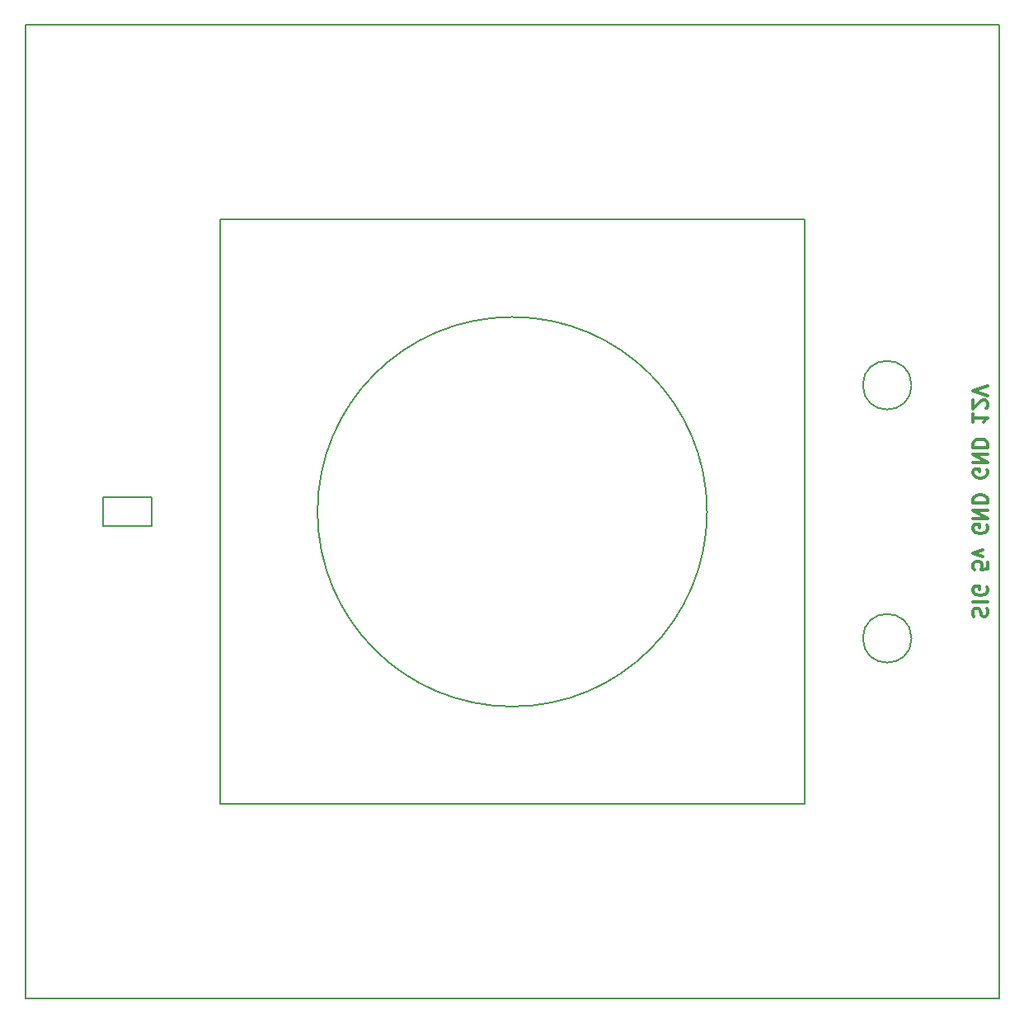
<source format=gbr>
G04 #@! TF.GenerationSoftware,KiCad,Pcbnew,6.0.0-rc1-unknown-1a22918~65~ubuntu16.04.1*
G04 #@! TF.CreationDate,2019-08-07T16:55:44+03:00*
G04 #@! TF.ProjectId,ModelBasePCB,4D6F64656C426173655043422E6B6963,rev?*
G04 #@! TF.SameCoordinates,Original*
G04 #@! TF.FileFunction,Legend,Bot*
G04 #@! TF.FilePolarity,Positive*
%FSLAX46Y46*%
G04 Gerber Fmt 4.6, Leading zero omitted, Abs format (unit mm)*
G04 Created by KiCad (PCBNEW 6.0.0-rc1-unknown-1a22918~65~ubuntu16.04.1) date Wed Aug  7 16:55:44 2019*
%MOMM*%
%LPD*%
G01*
G04 APERTURE LIST*
%ADD10C,0.300000*%
%ADD11C,0.200000*%
G04 APERTURE END LIST*
D10*
X147392857Y-90750000D02*
X147321428Y-90535714D01*
X147321428Y-90178571D01*
X147392857Y-90035714D01*
X147464285Y-89964285D01*
X147607142Y-89892857D01*
X147750000Y-89892857D01*
X147892857Y-89964285D01*
X147964285Y-90035714D01*
X148035714Y-90178571D01*
X148107142Y-90464285D01*
X148178571Y-90607142D01*
X148250000Y-90678571D01*
X148392857Y-90750000D01*
X148535714Y-90750000D01*
X148678571Y-90678571D01*
X148750000Y-90607142D01*
X148821428Y-90464285D01*
X148821428Y-90107142D01*
X148750000Y-89892857D01*
X147321428Y-89250000D02*
X148821428Y-89250000D01*
X148750000Y-87750000D02*
X148821428Y-87892857D01*
X148821428Y-88107142D01*
X148750000Y-88321428D01*
X148607142Y-88464285D01*
X148464285Y-88535714D01*
X148178571Y-88607142D01*
X147964285Y-88607142D01*
X147678571Y-88535714D01*
X147535714Y-88464285D01*
X147392857Y-88321428D01*
X147321428Y-88107142D01*
X147321428Y-87964285D01*
X147392857Y-87750000D01*
X147464285Y-87678571D01*
X147964285Y-87678571D01*
X147964285Y-87964285D01*
X148821428Y-85178571D02*
X148821428Y-85892857D01*
X148107142Y-85964285D01*
X148178571Y-85892857D01*
X148250000Y-85750000D01*
X148250000Y-85392857D01*
X148178571Y-85250000D01*
X148107142Y-85178571D01*
X147964285Y-85107142D01*
X147607142Y-85107142D01*
X147464285Y-85178571D01*
X147392857Y-85250000D01*
X147321428Y-85392857D01*
X147321428Y-85750000D01*
X147392857Y-85892857D01*
X147464285Y-85964285D01*
X148321428Y-84607142D02*
X147321428Y-84250000D01*
X148321428Y-83892857D01*
X148750000Y-81392857D02*
X148821428Y-81535714D01*
X148821428Y-81750000D01*
X148750000Y-81964285D01*
X148607142Y-82107142D01*
X148464285Y-82178571D01*
X148178571Y-82250000D01*
X147964285Y-82250000D01*
X147678571Y-82178571D01*
X147535714Y-82107142D01*
X147392857Y-81964285D01*
X147321428Y-81750000D01*
X147321428Y-81607142D01*
X147392857Y-81392857D01*
X147464285Y-81321428D01*
X147964285Y-81321428D01*
X147964285Y-81607142D01*
X147321428Y-80678571D02*
X148821428Y-80678571D01*
X147321428Y-79821428D01*
X148821428Y-79821428D01*
X147321428Y-79107142D02*
X148821428Y-79107142D01*
X148821428Y-78750000D01*
X148750000Y-78535714D01*
X148607142Y-78392857D01*
X148464285Y-78321428D01*
X148178571Y-78250000D01*
X147964285Y-78250000D01*
X147678571Y-78321428D01*
X147535714Y-78392857D01*
X147392857Y-78535714D01*
X147321428Y-78750000D01*
X147321428Y-79107142D01*
X148750000Y-75678571D02*
X148821428Y-75821428D01*
X148821428Y-76035714D01*
X148750000Y-76250000D01*
X148607142Y-76392857D01*
X148464285Y-76464285D01*
X148178571Y-76535714D01*
X147964285Y-76535714D01*
X147678571Y-76464285D01*
X147535714Y-76392857D01*
X147392857Y-76250000D01*
X147321428Y-76035714D01*
X147321428Y-75892857D01*
X147392857Y-75678571D01*
X147464285Y-75607142D01*
X147964285Y-75607142D01*
X147964285Y-75892857D01*
X147321428Y-74964285D02*
X148821428Y-74964285D01*
X147321428Y-74107142D01*
X148821428Y-74107142D01*
X147321428Y-73392857D02*
X148821428Y-73392857D01*
X148821428Y-73035714D01*
X148750000Y-72821428D01*
X148607142Y-72678571D01*
X148464285Y-72607142D01*
X148178571Y-72535714D01*
X147964285Y-72535714D01*
X147678571Y-72607142D01*
X147535714Y-72678571D01*
X147392857Y-72821428D01*
X147321428Y-73035714D01*
X147321428Y-73392857D01*
X147321428Y-69964285D02*
X147321428Y-70821428D01*
X147321428Y-70392857D02*
X148821428Y-70392857D01*
X148607142Y-70535714D01*
X148464285Y-70678571D01*
X148392857Y-70821428D01*
X148678571Y-69392857D02*
X148750000Y-69321428D01*
X148821428Y-69178571D01*
X148821428Y-68821428D01*
X148750000Y-68678571D01*
X148678571Y-68607142D01*
X148535714Y-68535714D01*
X148392857Y-68535714D01*
X148178571Y-68607142D01*
X147321428Y-69464285D01*
X147321428Y-68535714D01*
X148821428Y-68107142D02*
X147321428Y-67607142D01*
X148821428Y-67107142D01*
D11*
X120000000Y-80000000D02*
G75*
G03X120000000Y-80000000I-20000000J0D01*
G01*
X58000000Y-81500000D02*
X58000000Y-78500000D01*
X63000000Y-81500000D02*
X58000000Y-81500000D01*
X63000000Y-78500000D02*
X63000000Y-81500000D01*
X58000000Y-78500000D02*
X63000000Y-78500000D01*
X70000000Y-110000000D02*
X70000000Y-50000000D01*
X130000000Y-110000000D02*
X70000000Y-110000000D01*
X130000000Y-50000000D02*
X130000000Y-110000000D01*
X70000000Y-50000000D02*
X130000000Y-50000000D01*
X141000000Y-93000000D02*
G75*
G03X141000000Y-93000000I-2500000J0D01*
G01*
X141000000Y-67000000D02*
G75*
G03X141000000Y-67000000I-2500000J0D01*
G01*
X50000000Y-130000000D02*
X50000000Y-30000000D01*
X150000000Y-130000000D02*
X50000000Y-130000000D01*
X150000000Y-30000000D02*
X150000000Y-130000000D01*
X50000000Y-30000000D02*
X150000000Y-30000000D01*
M02*

</source>
